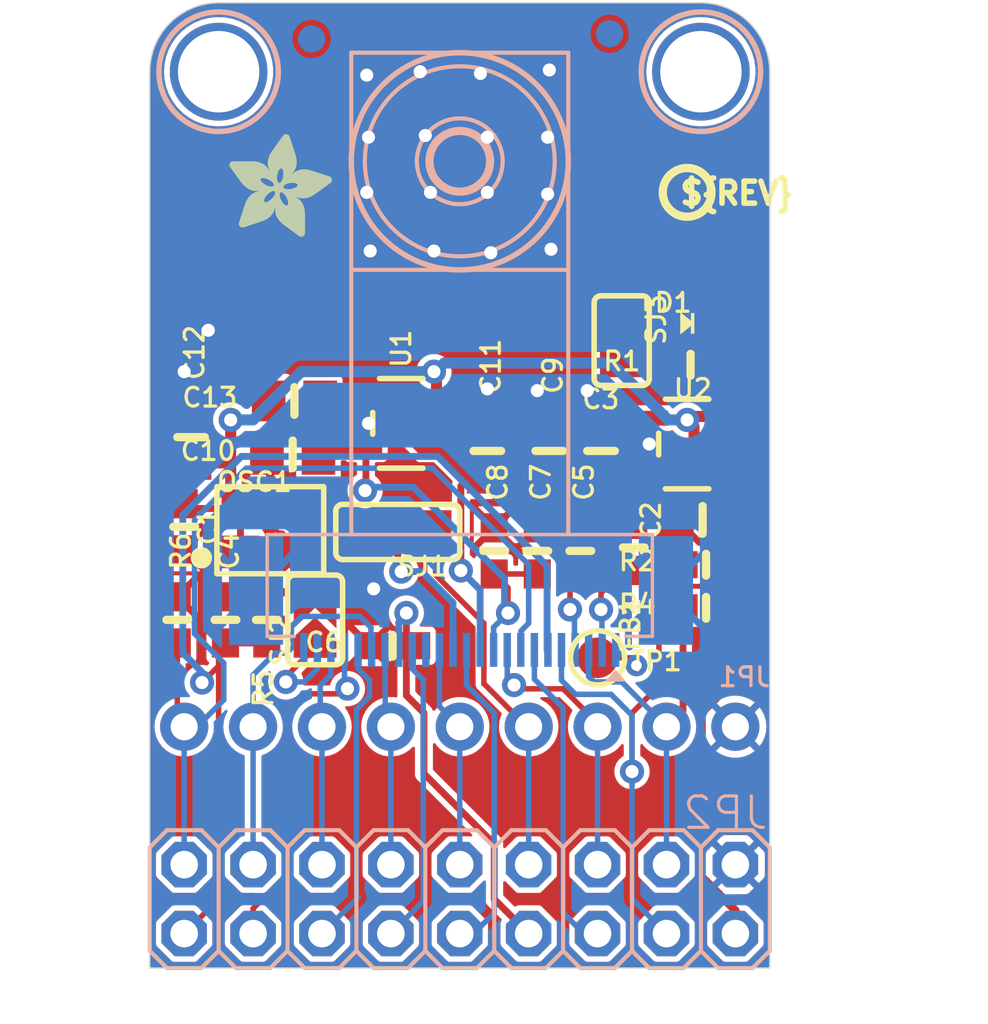
<source format=kicad_pcb>
(kicad_pcb (version 20221018) (generator pcbnew)
  (layers (0 "F.Cu" signal) (31 "B.Cu" signal) (34 "B.Paste" user) (35 "F.Paste" user) (36 "B.SilkS" user "B.Silkscreen") (37 "F.SilkS" user "F.Silkscreen") (38 "B.Mask" user) (39 "F.Mask" user) (44 "Edge.Cuts" user))
  (net 0 "")
  (net 1 "GND")
  (net 2 "SDA")
  (net 3 "SCL")
  (net 4 "3.3V")
  (net 5 "N$1")
  (net 6 "VSYNC")
  (net 7 "PCLK")
  (net 8 "DATA9")
  (net 9 "DATA7")
  (net 10 "DATA5")
  (net 11 "DATA3")
  (net 12 "~{RESET}")
  (net 13 "PWDN")
  (net 14 "DATA2")
  (net 15 "DATA4")
  (net 16 "DATA6")
  (net 17 "DATA8")
  (net 18 "XCLK")
  (net 19 "HSYNC")
  (net 20 "DATA0")
  (net 21 "DATA1")
  (net 22 "2.8V")
  (net 23 "AGND")
  (net 24 "1.5V")
  (net 25 "EXT_XCLK")
  (net 26 "INT_XCLK")
  (net 27 "STROBE")
  (net 28 "N$2")
  (net 29 "N$3")
  (footprint "working:PLABEL1" (layer "F.Cu") (at 147.5486 109.0041 90)
    (fp_text reference "PLABEL1" hide)
    (fp_text value "" hide)
  )
  (footprint "working:0805-NO" (layer "F.Cu") (at 142.4051 101.8921 180)
    (fp_text reference "C13")
    (fp_text value "10uF")
  )
  (footprint "working:0603-NO" (layer "F.Cu") (at 138.0871 109.9566 90)
    (fp_text reference "R6")
    (fp_text value "10K")
  )
  (footprint "working:0603-NO" (layer "F.Cu") (at 151.3586 107.4166 90)
    (fp_text reference "C7")
    (fp_text value "0.1uF")
  )
  (footprint "working:0603-NO" (layer "F.Cu") (at 141.3891 109.9566 -90)
    (fp_text reference "R5")
    (fp_text value "10K")
  )
  (footprint "working:0603-NO" (layer "F.Cu") (at 149.7711 107.4166 90)
    (fp_text reference "C8")
    (fp_text value "1.0uF")
  )
  (footprint "working:PLABEL4" (layer "F.Cu") (at 143.2306 112.3061)
    (fp_text reference "PLABEL4" hide)
    (fp_text value "" hide)
  )
  (footprint "working:CHIPLED_0603_NOOUTLINE" (layer "F.Cu") (at 156.8831 99.0346 -90)
    (fp_text reference "D1")
    (fp_text value "GREEN")
  )
  (footprint "working:0805-NO" (layer "F.Cu") (at 157.4546 106.2736 180)
    (fp_text reference "C2")
    (fp_text value "10uF")
  )
  (footprint "working:PLABEL0" (layer "F.Cu") (at 156.0576 98.3996)
    (fp_text reference "PLABEL0" hide)
    (fp_text value "" hide)
  )
  (footprint "working:0603-NO" (layer "F.Cu") (at 157.5816 107.9246 180)
    (fp_text reference "R2")
    (fp_text value "10K")
  )
  (footprint "working:0805-NO" (layer "F.Cu") (at 138.5951 103.2256 90)
    (fp_text reference "C12")
    (fp_text value "10uF")
  )
  (footprint "working:TESTPOINT_ROUND_1.5MM" (layer "F.Cu") (at 153.5811 111.3536)
    (fp_text reference "TP1")
    (fp_text value "")
  )
  (footprint "working:0603-NO" (layer "F.Cu") (at 138.3411 106.5276 -90)
    (fp_text reference "C1")
    (fp_text value "0.1uF")
  )
  (footprint "working:0603-NO" (layer "F.Cu") (at 154.9146 107.2896 -90)
    (fp_text reference "FB1")
    (fp_text value "ferrite")
  )
  (footprint "working:ADAFRUIT_3.5MM" (layer "F.Cu") (at 139.9921 95.8596)
    (fp_text reference "U$22" hide)
    (fp_text value "" hide)
  )
  (footprint "working:0603-NO" (layer "F.Cu") (at 139.8651 109.9566 90)
    (fp_text reference "C4")
    (fp_text value "0.1uF")
  )
  (footprint "working:0603-NO" (layer "F.Cu") (at 152.9461 107.4166 90)
    (fp_text reference "C5")
    (fp_text value "0.1uF")
  )
  (footprint "working:SOLDERJUMPER_ARROW_NOPASTE" (layer "F.Cu") (at 143.1671 109.9566 90)
    (fp_text reference "SJ2")
    (fp_text value "")
  )
  (footprint "working:0805-NO" (layer "F.Cu") (at 149.5171 103.7336 90)
    (fp_text reference "C11")
    (fp_text value "10uF")
  )
  (footprint "working:0603-NO" (layer "F.Cu") (at 146.0246 110.9091 180)
    (fp_text reference "C6")
    (fp_text value "22pF")
  )
  (footprint "working:0805-NO" (layer "F.Cu") (at 142.3416 103.8606 180)
    (fp_text reference "C10")
    (fp_text value "10uF")
  )
  (footprint "working:SOT23-5" (layer "F.Cu") (at 156.8831 103.4796 90)
    (fp_text reference "U2")
    (fp_text value "TLV74328")
  )
  (footprint "working:PCBFEAT-REV-040" (layer "F.Cu") (at 156.8831 94.2086)
    (fp_text reference "U$25" hide)
    (fp_text value "" hide)
  )
  (footprint "working:0603-NO" (layer "F.Cu") (at 157.0101 100.5586 180)
    (fp_text reference "R1")
    (fp_text value "10K")
  )
  (footprint "working:OSC_3.2X2.5MM" (layer "F.Cu") (at 141.5161 106.6546)
    (fp_text reference "OSC1")
    (fp_text value "24MHz 3.3V Oscillator")
  )
  (footprint "working:0805-NO" (layer "F.Cu") (at 153.7081 103.7336 90)
    (fp_text reference "C3")
    (fp_text value "10uF")
  )
  (footprint "working:SOT23-5" (layer "F.Cu") (at 146.3421 102.7176 90)
    (fp_text reference "U1")
    (fp_text value "TLV74315")
  )
  (footprint "working:FIDUCIAL_1MM" (layer "F.Cu") (at 157.8356 96.3676)
    (fp_text reference "FID2" hide)
    (fp_text value "FIDUCIAL_1MM" hide)
  )
  (footprint "working:0603-NO" (layer "F.Cu") (at 157.5816 109.5121 180)
    (fp_text reference "R4")
    (fp_text value "10K")
  )
  (footprint "working:PLABEL2" (layer "F.Cu") (at 144.9451 108.8771 90)
    (fp_text reference "PLABEL2" hide)
    (fp_text value "" hide)
  )
  (footprint "working:SOLDERJUMPER_CLOSEDWIRE" (layer "F.Cu") (at 154.4701 99.6696 -90)
    (fp_text reference "SJ3")
    (fp_text value "")
  )
  (footprint "working:0805-NO" (layer "F.Cu") (at 151.8031 103.7336 90)
    (fp_text reference "C9")
    (fp_text value "10uF")
  )
  (footprint "working:SOLDERJUMPER_2WAY_OPEN_NOPASTE" (layer "F.Cu") (at 146.2151 106.7181 180)
    (fp_text reference "SJ1")
    (fp_text value "")
  )
  (footprint "working:PLABEL5" (layer "F.Cu") (at 153.1366 101.0031 90)
    (fp_text reference "PLABEL5" hide)
    (fp_text value "" hide)
  )
  (footprint "working:FIDUCIAL_1MM" (layer "F.Cu") (at 138.3411 93.8276)
    (fp_text reference "FID1" hide)
    (fp_text value "FIDUCIAL_1MM" hide)
  )
  (footprint "working:PLABEL3" (layer "F.Cu") (at 146.2151 105.0671)
    (fp_text reference "PLABEL3" hide)
    (fp_text value "" hide)
  )
  (footprint "working:FIDUCIAL_1MM" (layer "B.Cu") (at 154.0256 88.3666 180)
    (fp_text reference "FID3" hide)
    (fp_text value "FIDUCIAL_1MM" hide)
  )
  (footprint "working:MOUNTINGHOLE_3.0_PLATEDTHIN" (layer "B.Cu") (at 139.6111 89.7636 180)
    (fp_text reference "U$17" hide)
    (fp_text value "MOUNTINGHOLE3.0THIN" hide)
  )
  (footprint "working:PLABEL15" (layer "B.Cu") (at 155.9941 115.4176 180)
    (fp_text reference "PLABEL15" hide)
    (fp_text value "" hide)
  )
  (footprint "working:PLABEL9" (layer "B.Cu") (at 140.7541 115.4176 180)
    (fp_text reference "PLABEL9" hide)
    (fp_text value "" hide)
  )
  (footprint "working:1X09_ROUND_70" (layer "B.Cu") (at 148.5011 113.8936 180)
    (fp_text reference "JP1")
    (fp_text value "")
  )
  (footprint "working:PLABEL8" (layer "B.Cu") (at 138.1506 115.5446 180)
    (fp_text reference "PLABEL8" hide)
    (fp_text value "" hide)
  )
  (footprint "working:PLABEL7" (layer "B.Cu") (at 140.7541 99.4156 90)
    (fp_text reference "PLABEL7" hide)
    (fp_text value "" hide)
  )
  (footprint "working:PLABEL20" (layer "B.Cu") (at 150.9141 116.9416 180)
    (fp_text reference "PLABEL20" hide)
    (fp_text value "" hide)
  )
  (footprint "working:PLABEL12" (layer "B.Cu") (at 148.3741 115.4176 180)
    (fp_text reference "PLABEL12" hide)
    (fp_text value "" hide)
  )
  (footprint "working:PLABEL18" (layer "B.Cu") (at 155.9941 116.9416 180)
    (fp_text reference "PLABEL18" hide)
    (fp_text value "" hide)
  )
  (footprint "working:FIDUCIAL_1MM" (layer "B.Cu") (at 143.0401 88.5571 180)
    (fp_text reference "FID4" hide)
    (fp_text value "FIDUCIAL_1MM" hide)
  )
  (footprint "working:PLABEL16" (layer "B.Cu") (at 158.5341 115.4176 180)
    (fp_text reference "PLABEL16" hide)
    (fp_text value "" hide)
  )
  (footprint "working:PLABEL6" (layer "B.Cu") (at 156.7561 99.8601 90)
    (fp_text reference "PLABEL6" hide)
    (fp_text value "" hide)
  )
  (footprint "working:MOUNTINGHOLE_3.0_PLATEDTHIN" (layer "B.Cu") (at 157.3911 89.7636 180)
    (fp_text reference "U$1" hide)
    (fp_text value "MOUNTINGHOLE3.0THIN" hide)
  )
  (footprint "working:PLABEL24" (layer "B.Cu") (at 140.7541 116.9416 180)
    (fp_text reference "PLABEL24" hide)
    (fp_text value "" hide)
  )
  (footprint "working:2X09-BIG" (layer "B.Cu") (at 148.5011 120.2436 180)
    (fp_text reference "JP2")
    (fp_text value "")
  )
  (footprint "working:PLABEL21" (layer "B.Cu") (at 148.3741 116.9416 180)
    (fp_text reference "PLABEL21" hide)
    (fp_text value "" hide)
  )
  (footprint "working:PLABEL23" (layer "B.Cu") (at 143.2941 116.9416 180)
    (fp_text reference "PLABEL23" hide)
    (fp_text value "" hide)
  )
  (footprint "working:OV2640FSL" (layer "B.Cu") (at 148.5011 110.0836)
    (fp_text reference "X1" hide)
    (fp_text value "CAMERA_OV2640" hide)
  )
  (footprint "working:PLABEL11" (layer "B.Cu") (at 145.8341 115.4176 180)
    (fp_text reference "PLABEL11" hide)
    (fp_text value "" hide)
  )
  (footprint "working:PLABEL22" (layer "B.Cu") (at 145.8341 116.9416 180)
    (fp_text reference "PLABEL22" hide)
    (fp_text value "" hide)
  )
  (footprint "working:PLABEL10" (layer "B.Cu") (at 143.2941 115.4176 180)
    (fp_text reference "PLABEL10" hide)
    (fp_text value "" hide)
  )
  (footprint "working:PLABEL25" (layer "B.Cu") (at 138.2141 116.9416 180)
    (fp_text reference "PLABEL25" hide)
    (fp_text value "" hide)
  )
  (footprint "working:PLABEL13" (layer "B.Cu") (at 150.9141 115.4176 180)
    (fp_text reference "PLABEL13" hide)
    (fp_text value "" hide)
  )
  (footprint "working:PLABEL19" (layer "B.Cu") (at 153.4541 116.9416 180)
    (fp_text reference "PLABEL19" hide)
    (fp_text value "" hide)
  )
  (footprint "working:PLABEL17" (layer "B.Cu") (at 158.5341 116.9416 180)
    (fp_text reference "PLABEL17" hide)
    (fp_text value "" hide)
  )
  (footprint "working:PLABEL14" (layer "B.Cu") (at 153.4541 115.4176 180)
    (fp_text reference "PLABEL14" hide)
    (fp_text value "" hide)
  )
  (gr_arc (start 137.0711 89.7636) (mid 137.815049 87.967549) (end 139.6111 87.2236) (stroke (width 0.05)) (layer "Edge.Cuts"))
  (gr_arc (start 157.3911 87.2236) (mid 159.186904 87.967797) (end 159.9311 89.763601) (stroke (width 0.05)) (layer "Edge.Cuts"))
  (gr_line (start 159.9311 89.7636) (end 159.9311 122.7836) (stroke (width 0.05)) (layer "Edge.Cuts"))
  (gr_line (start 137.0711 122.7836) (end 137.0711 89.7636) (stroke (width 0.05)) (layer "Edge.Cuts"))
  (gr_line (start 159.9311 122.7836) (end 137.0711 122.7836) (stroke (width 0.05)) (layer "Edge.Cuts"))
  (gr_line (start 139.6111 87.2236) (end 157.3911 87.2236) (stroke (width 0.05)) (layer "Edge.Cuts"))
  (segment (start 153.7081 102.7836) (end 154.0281 102.7836) (width 0.3048) (layer "F.Cu") (net 1))
  (segment (start 141.5161 103.9851) (end 141.5161 105.0036) (width 0.3048) (layer "F.Cu") (net 1))
  (segment (start 154.7241 103.4796) (end 155.4861 103.4796) (width 0.3048) (layer "F.Cu") (net 1))
  (segment (start 141.3916 103.8606) (end 141.5161 103.9851) (width 0.3048) (layer "F.Cu") (net 1))
  (segment (start 149.4511 102.7176) (end 147.6422 102.7176) (width 0.3048) (layer "F.Cu") (net 1))
  (segment (start 149.5171 102.7836) (end 149.4511 102.7176) (width 0.3048) (layer "F.Cu") (net 1))
  (segment (start 154.0281 102.7836) (end 154.7241 103.4796) (width 0.3048) (layer "F.Cu") (net 1))
  (via (at 147.5486 96.3676) (size 0.889) (drill 0.4826) (layers "F.Cu" "B.Cu") (net 1))
  (via (at 151.8666 96.3041) (size 0.889) (drill 0.4826) (layers "F.Cu" "B.Cu") (net 1))
  (via (at 145.1356 92.1766) (size 0.889) (drill 0.4826) (layers "F.Cu" "B.Cu") (net 1))
  (via (at 147.4216 94.2086) (size 0.889) (drill 0.4826) (layers "F.Cu" "B.Cu") (net 1))
  (via (at 153.2001 101.5111) (size 0.889) (drill 0.4826) (layers "F.Cu" "B.Cu") (net 1))
  (via (at 155.4861 103.4796) (size 0.889) (drill 0.4826) (layers "F.Cu" "B.Cu") (net 1))
  (via (at 149.5171 101.4476) (size 0.889) (drill 0.4826) (layers "F.Cu" "B.Cu") (net 1))
  (via (at 149.5171 92.1766) (size 0.889) (drill 0.4826) (layers "F.Cu" "B.Cu") (net 1))
  (via (at 151.7396 92.1766) (size 0.889) (drill 0.4826) (layers "F.Cu" "B.Cu") (net 1))
  (via (at 145.3261 108.8136) (size 0.889) (drill 0.4826) (layers "F.Cu" "B.Cu") (net 1))
  (via (at 147.2311 92.1131) (size 0.889) (drill 0.4826) (layers "F.Cu" "B.Cu") (net 1))
  (via (at 145.0721 89.8906) (size 0.889) (drill 0.4826) (layers "F.Cu" "B.Cu") (net 1))
  (via (at 149.2631 89.8271) (size 0.889) (drill 0.4826) (layers "F.Cu" "B.Cu") (net 1))
  (via (at 149.5171 94.2086) (size 0.889) (drill 0.4826) (layers "F.Cu" "B.Cu") (net 1))
  (via (at 151.8031 89.7001) (size 0.889) (drill 0.4826) (layers "F.Cu" "B.Cu") (net 1))
  (via (at 151.3586 101.5111) (size 0.889) (drill 0.4826) (layers "F.Cu" "B.Cu") (net 1))
  (via (at 145.0721 94.2086) (size 0.889) (drill 0.4826) (layers "F.Cu" "B.Cu") (net 1))
  (via (at 151.7396 94.2721) (size 0.889) (drill 0.4826) (layers "F.Cu" "B.Cu") (net 1))
  (via (at 145.1991 96.3676) (size 0.889) (drill 0.4826) (layers "F.Cu" "B.Cu") (net 1))
  (via (at 147.0406 89.7636) (size 0.889) (drill 0.4826) (layers "F.Cu" "B.Cu") (net 1))
  (via (at 145.1356 102.7176) (size 0.889) (drill 0.4826) (layers "F.Cu" "B.Cu") (net 1))
  (via (at 149.6441 96.4311) (size 0.889) (drill 0.4826) (layers "F.Cu" "B.Cu") (net 1))
  (via (at 138.3411 100.8126) (size 0.889) (drill 0.4826) (layers "F.Cu" "B.Cu") (net 1))
  (via (at 139.2301 99.2886) (size 0.889) (drill 0.4826) (layers "F.Cu" "B.Cu") (net 1))
  (segment (start 156.7316 109.5121) (end 156.7316 113.2831) (width 0.254) (layer "F.Cu") (net 2))
  (segment (start 156.7316 113.2831) (end 156.1211 113.8936) (width 0.254) (layer "F.Cu") (net 2))
  (segment (start 153.4541 112.2426) (end 154.4701 112.2426) (width 0.2032) (layer "B.Cu") (net 2))
  (segment (start 156.1211 113.8936) (end 156.1211 118.9736) (width 0.2032) (layer "B.Cu") (net 2))
  (segment (start 153.2511 112.0396) (end 153.4541 112.2426) (width 0.2032) (layer "B.Cu") (net 2))
  (segment (start 153.2511 111.0636) (end 153.2511 112.0396) (width 0.2032) (layer "B.Cu") (net 2))
  (segment (start 154.4701 112.2426) (end 156.1211 113.8936) (width 0.2032) (layer "B.Cu") (net 2))
  (segment (start 155.8426 112.3941) (end 154.8511 113.3856) (width 0.2032) (layer "F.Cu") (net 3))
  (segment (start 155.8426 108.8771) (end 155.8426 112.3941) (width 0.2032) (layer "F.Cu") (net 3))
  (segment (start 156.7316 107.9881) (end 155.8426 108.8771) (width 0.2032) (layer "F.Cu") (net 3))
  (segment (start 156.7316 107.9246) (end 156.7316 107.9881) (width 0.2032) (layer "F.Cu") (net 3))
  (segment (start 154.8511 113.3856) (end 154.8511 115.5446) (width 0.2032) (layer "F.Cu") (net 3))
  (via (at 154.8511 115.5446) (size 0.889) (drill 0.4826) (layers "F.Cu" "B.Cu") (net 3))
  (segment (start 156.1211 121.5136) (end 154.8511 120.2436) (width 0.2032) (layer "B.Cu") (net 3))
  (segment (start 154.8511 115.5446) (end 154.8511 113.475307) (width 0.2032) (layer "B.Cu") (net 3))
  (segment (start 152.2511 112.1826) (end 152.7683 112.6998) (width 0.2032) (layer "B.Cu") (net 3))
  (segment (start 152.2511 111.0636) (end 152.2511 112.1826) (width 0.2032) (layer "B.Cu") (net 3))
  (segment (start 154.8511 120.2436) (end 154.8511 115.5446) (width 0.2032) (layer "B.Cu") (net 3))
  (segment (start 152.7683 112.6998) (end 154.075593 112.6998) (width 0.2032) (layer "B.Cu") (net 3))
  (segment (start 154.075593 112.6998) (end 154.8511 113.475307) (width 0.2032) (layer "B.Cu") (net 3))
  (segment (start 147.6422 101.7676) (end 147.6422 100.9062) (width 0.4064) (layer "F.Cu") (net 4))
  (segment (start 157.5791 104.4296) (end 157.1371 103.9876) (width 0.4064) (layer "F.Cu") (net 4))
  (segment (start 141.3891 109.1066) (end 141.3891 108.7501) (width 0.254) (layer "F.Cu") (net 4))
  (segment (start 141.3891 109.1066) (end 141.5551 108.9406) (width 0.3048) (layer "F.Cu") (net 4))
  (segment (start 138.5181 105.8546) (end 140.4161 105.8546) (width 0.254) (layer "F.Cu") (net 4))
  (segment (start 158.1832 104.4296) (end 157.5791 104.4296) (width 0.4064) (layer "F.Cu") (net 4))
  (segment (start 146.5961 102.1461) (end 146.5961 103.1596) (width 0.4064) (layer "F.Cu") (net 4))
  (segment (start 138.3411 105.6776) (end 138.5181 105.8546) (width 0.254) (layer "F.Cu") (net 4))
  (segment (start 158.6611 121.5136) (end 158.6611 120.661894) (width 0.3048) (layer "F.Cu") (net 4))
  (segment (start 149.5171 104.6836) (end 148.8821 104.6836) (width 0.4064) (layer "F.Cu") (net 4))
  (segment (start 141.5551 108.9406) (end 143.1671 108.9406) (width 0.3048) (layer "F.Cu") (net 4))
  (segment (start 158.1832 104.4296) (end 158.4046 104.651) (width 0.4064) (layer "F.Cu") (net 4))
  (segment (start 140.4161 107.7771) (end 140.4161 107.4546) (width 0.254) (layer "F.Cu") (net 4))
  (segment (start 158.1832 100.8817) (end 158.1832 102.4636) (width 0.3048) (layer "F.Cu") (net 4))
  (segment (start 157.4165 119.417294) (end 157.4165 113.378069) (width 0.3048) (layer "F.Cu") (net 4))
  (segment (start 139.9311 104.1756) (end 140.0556 104.0511) (width 0.4064) (layer "F.Cu") (net 4))
  (segment (start 158.4316 107.9246) (end 158.4046 107.8976) (width 0.3048) (layer "F.Cu") (net 4))
  (segment (start 157.1371 102.8446) (end 157.1371 103.9876) (width 0.4064) (layer "F.Cu") (net 4))
  (segment (start 146.9746 101.7676) (end 146.5961 102.1461) (width 0.4064) (layer "F.Cu") (net 4))
  (segment (start 148.540896 105.024804) (end 148.8821 104.6836) (width 0.254) (layer "F.Cu") (net 4))
  (segment (start 140.0556 104.0511) (end 140.0556 102.5906) (width 0.4064) (layer "F.Cu") (net 4))
  (segment (start 158.4046 104.651) (end 158.4046 106.2736) (width 0.4064) (layer "F.Cu") (net 4))
  (segment (start 157.8601 100.5586) (end 158.1832 100.8817) (width 0.3048) (layer "F.Cu") (net 4))
  (segment (start 158.6611 120.661894) (end 157.4165 119.417294) (width 0.3048) (layer "F.Cu") (net 4))
  (segment (start 148.6582 104.6836) (end 147.6422 103.6676) (width 0.4064) (layer "F.Cu") (net 4))
  (segment (start 147.1041 103.6676) (end 146.5961 103.1596) (width 0.4064) (layer "F.Cu") (net 4))
  (segment (start 158.4316 107.9246) (end 158.4316 109.5121) (width 0.3048) (layer "F.Cu") (net 4))
  (segment (start 157.1371 102.8446) (end 156.8831 102.5906) (width 0.4064) (layer "F.Cu") (net 4))
  (segment (start 147.1041 103.6676) (end 147.6422 103.6676) (width 0.4064) (layer "F.Cu") (net 4))
  (segment (start 147.6422 101.7676) (end 146.9746 101.7676) (width 0.4064) (layer "F.Cu") (net 4))
  (segment (start 148.540896 108.138804) (end 148.540896 105.024804) (width 0.254) (layer "F.Cu") (net 4))
  (segment (start 158.1832 102.4636) (end 158.1832 102.5296) (width 0.3048) (layer "F.Cu") (net 4))
  (segment (start 156.8831 102.5906) (end 157.0101 102.4636) (width 0.4064) (layer "F.Cu") (net 4))
  (segment (start 147.6422 100.9062) (end 147.5486 100.8126) (width 0.4064) (layer "F.Cu") (net 4))
  (segment (start 138.5951 104.1756) (end 139.9311 104.1756) (width 0.4064) (layer "F.Cu") (net 4))
  (segment (start 148.8821 104.6836) (end 148.6582 104.6836) (width 0.4064) (layer "F.Cu") (net 4))
  (segment (start 157.0101 102.4636) (end 158.1832 102.4636) (width 0.4064) (layer "F.Cu") (net 4))
  (segment (start 140.4161 105.6816) (end 140.0556 105.3211) (width 0.4064) (layer "F.Cu") (net 4))
  (segment (start 141.3891 108.7501) (end 140.4161 107.7771) (width 0.254) (layer "F.Cu") (net 4))
  (segment (start 140.0556 105.3211) (end 140.0556 104.0511) (width 0.4064) (layer "F.Cu") (net 4))
  (segment (start 140.4161 105.8546) (end 140.4161 105.6816) (width 0.4064) (layer "F.Cu") (net 4))
  (segment (start 158.4046 106.2736) (end 158.4046 107.8976) (width 0.3048) (layer "F.Cu") (net 4))
  (segment (start 158.4316 112.362969) (end 158.4316 109.5121) (width 0.3048) (layer "F.Cu") (net 4))
  (segment (start 157.4165 113.378069) (end 158.4316 112.362969) (width 0.3048) (layer "F.Cu") (net 4))
  (segment (start 140.4161 105.8546) (end 140.4161 107.4546) (width 0.254) (layer "F.Cu") (net 4))
  (via (at 148.540896 108.138804) (size 0.889) (drill 0.4826) (layers "F.Cu" "B.Cu") (net 4))
  (via (at 156.8831 102.5906) (size 0.889) (drill 0.4826) (layers "F.Cu" "B.Cu") (net 4))
  (via (at 147.5486 100.8126) (size 0.889) (drill 0.4826) (layers "F.Cu" "B.Cu") (net 4))
  (via (at 140.0556 102.5906) (size 0.889) (drill 0.4826) (layers "F.Cu" "B.Cu") (net 4))
  (segment (start 149.2511 111.0636) (end 149.2511 108.849007) (width 0.254) (layer "B.Cu") (net 4))
  (segment (start 140.0556 102.5906) (end 140.8811 102.5906) (width 0.4064) (layer "B.Cu") (net 4))
  (segment (start 156.8831 102.5906) (end 156.1846 102.5906) (width 0.4064) (layer "B.Cu") (net 4))
  (segment (start 142.6591 100.8126) (end 147.5486 100.8126) (width 0.4064) (layer "B.Cu") (net 4))
  (segment (start 154.0891 100.4951) (end 156.1846 102.5906) (width 0.4064) (layer "B.Cu") (net 4))
  (segment (start 149.2511 108.849007) (end 148.540896 108.138804) (width 0.254) (layer "B.Cu") (net 4))
  (segment (start 142.6591 100.8126) (end 140.8811 102.5906) (width 0.4064) (layer "B.Cu") (net 4))
  (segment (start 147.9296 100.4951) (end 147.58035 100.84435) (width 0.4064) (layer "B.Cu") (net 4))
  (segment (start 147.5486 100.8126) (end 147.58035 100.84435) (width 0.4064) (layer "B.Cu") (net 4))
  (segment (start 154.0891 100.4951) (end 147.9296 100.4951) (width 0.4064) (layer "B.Cu") (net 4))
  (segment (start 156.0331 100.4316) (end 154.4701 100.4316) (width 0.2032) (layer "F.Cu") (net 5))
  (segment (start 156.1601 100.5586) (end 156.0331 100.4316) (width 0.2032) (layer "F.Cu") (net 5))
  (segment (start 151.2511 112.13815) (end 151.2511 111.0636) (width 0.2032) (layer "B.Cu") (net 6))
  (segment (start 152.3111 120.7516) (end 152.3111 113.19815) (width 0.2032) (layer "B.Cu") (net 6))
  (segment (start 152.3111 113.19815) (end 151.2511 112.13815) (width 0.2032) (layer "B.Cu") (net 6))
  (segment (start 153.5811 121.5136) (end 153.0731 121.5136) (width 0.2032) (layer "B.Cu") (net 6))
  (segment (start 153.0731 121.5136) (end 152.3111 120.7516) (width 0.2032) (layer "B.Cu") (net 6))
  (segment (start 151.0411 121.5136) (end 149.7711 120.2436) (width 0.254) (layer "F.Cu") (net 7))
  (segment (start 149.7711 120.2436) (end 149.7711 118.2116) (width 0.254) (layer "F.Cu") (net 7))
  (segment (start 147.1803 113.388588) (end 146.5326 112.740888) (width 0.254) (layer "F.Cu") (net 7))
  (segment (start 147.1803 115.6208) (end 147.1803 113.388588) (width 0.254) (layer "F.Cu") (net 7))
  (segment (start 146.5326 112.740888) (end 146.5326 110.9091) (width 0.254) (layer "F.Cu") (net 7))
  (segment (start 149.7711 118.2116) (end 147.1803 115.6208) (width 0.254) (layer "F.Cu") (net 7))
  (segment (start 146.8746 110.9091) (end 146.5326 110.9091) (width 0.2032) (layer "F.Cu") (net 7))
  (segment (start 146.5326 110.9091) (end 146.5326 109.7026) (width 0.254) (layer "F.Cu") (net 7))
  (via (at 146.5326 109.7026) (size 0.889) (drill 0.4826) (layers "F.Cu" "B.Cu") (net 7))
  (segment (start 146.5326 109.7661) (end 146.2511 110.0476) (width 0.254) (layer "B.Cu") (net 7))
  (segment (start 146.5326 109.7661) (end 146.5326 109.7026) (width 0.254) (layer "B.Cu") (net 7))
  (segment (start 146.2511 111.0636) (end 146.2511 110.0476) (width 0.254) (layer "B.Cu") (net 7))
  (segment (start 149.7711 120.7516) (end 149.7711 113.3856) (width 0.2032) (layer "B.Cu") (net 8))
  (segment (start 149.7711 113.3856) (end 148.7511 112.3656) (width 0.2032) (layer "B.Cu") (net 8))
  (segment (start 148.7511 112.3656) (end 148.7511 111.0636) (width 0.2032) (layer "B.Cu") (net 8))
  (segment (start 149.0091 121.5136) (end 149.7711 120.7516) (width 0.2032) (layer "B.Cu") (net 8))
  (segment (start 148.5011 121.5136) (end 149.0091 121.5136) (width 0.2032) (layer "B.Cu") (net 8))
  (segment (start 147.1549 112.1664) (end 147.1549 120.3198) (width 0.2032) (layer "B.Cu") (net 9))
  (segment (start 146.7511 111.7626) (end 147.1549 112.1664) (width 0.2032) (layer "B.Cu") (net 9))
  (segment (start 146.7511 111.0636) (end 146.7511 111.7626) (width 0.2032) (layer "B.Cu") (net 9))
  (segment (start 147.1549 120.3198) (end 145.9611 121.5136) (width 0.2032) (layer "B.Cu") (net 9))
  (segment (start 144.7511 111.0636) (end 144.7511 111.7565) (width 0.2032) (layer "B.Cu") (net 10))
  (segment (start 144.7511 111.7565) (end 145.1737 112.1791) (width 0.2032) (layer "B.Cu") (net 10))
  (segment (start 144.6911 113.2586) (end 144.6911 120.1236) (width 0.2032) (layer "B.Cu") (net 10))
  (segment (start 145.1737 112.1791) (end 145.1737 112.776) (width 0.2032) (layer "B.Cu") (net 10))
  (segment (start 145.1737 112.776) (end 144.6911 113.2586) (width 0.2032) (layer "B.Cu") (net 10))
  (segment (start 144.7511 120.1836) (end 143.4211 121.5136) (width 0.2032) (layer "B.Cu") (net 10))
  (segment (start 144.6911 120.1236) (end 144.7511 120.1836) (width 0.2032) (layer "B.Cu") (net 10))
  (segment (start 142.0749 113.4618) (end 142.0749 119.39625) (width 0.2032) (layer "F.Cu") (net 11))
  (segment (start 142.856725 112.679975) (end 142.0749 113.4618) (width 0.2032) (layer "F.Cu") (net 11))
  (segment (start 140.8811 120.59005) (end 140.8811 121.5136) (width 0.2032) (layer "F.Cu") (net 11))
  (segment (start 144.1704 112.679975) (end 142.856725 112.679975) (width 0.2032) (layer "F.Cu") (net 11))
  (segment (start 144.3609 112.489475) (end 144.1704 112.679975) (width 0.2032) (layer "F.Cu") (net 11))
  (segment (start 142.0749 119.39625) (end 140.8811 120.59005) (width 0.2032) (layer "F.Cu") (net 11))
  (via (at 144.3609 112.489475) (size 0.889) (drill 0.4826) (layers "F.Cu" "B.Cu") (net 11))
  (segment (start 144.2511 112.379675) (end 144.3609 112.489475) (width 0.2032) (layer "B.Cu") (net 11))
  (segment (start 144.2511 111.0636) (end 144.2511 112.379675) (width 0.2032) (layer "B.Cu") (net 11))
  (segment (start 139.6111 111.0606) (end 139.8651 110.8066) (width 0.2032) (layer "F.Cu") (net 12))
  (segment (start 139.6111 111.653632) (end 139.6111 111.0606) (width 0.2032) (layer "F.Cu") (net 12))
  (segment (start 138.3411 121.5136) (end 139.6111 120.2436) (width 0.2032) (layer "F.Cu") (net 12))
  (segment (start 139.6111 120.2436) (end 139.6111 111.653632) (width 0.2032) (layer "F.Cu") (net 12))
  (segment (start 141.3891 110.8066) (end 139.8651 110.8066) (width 0.254) (layer "F.Cu") (net 12))
  (segment (start 138.999115 112.265616) (end 139.6111 111.653632) (width 0.2032) (layer "F.Cu") (net 12))
  (via (at 138.999115 112.265616) (size 0.889) (drill 0.4826) (layers "F.Cu" "B.Cu") (net 12))
  (segment (start 138.289768 106.095269) (end 138.289768 111.175269) (width 0.254) (layer "B.Cu") (net 12))
  (segment (start 138.999115 112.265616) (end 138.999115 111.884616) (width 0.254) (layer "B.Cu") (net 12))
  (segment (start 151.7199 107.9684) (end 147.6883 103.9368) (width 0.254) (layer "B.Cu") (net 12))
  (segment (start 151.7199 111.0636) (end 151.7199 107.9684) (width 0.254) (layer "B.Cu") (net 12))
  (segment (start 147.6883 103.9368) (end 140.448237 103.9368) (width 0.254) (layer "B.Cu") (net 12))
  (segment (start 151.7511 111.0636) (end 151.7199 111.0636) (width 0.254) (layer "B.Cu") (net 12))
  (segment (start 140.448237 103.9368) (end 138.289768 106.095269) (width 0.254) (layer "B.Cu") (net 12))
  (segment (start 138.999115 111.884616) (end 138.289768 111.175269) (width 0.254) (layer "B.Cu") (net 12))
  (segment (start 138.0871 113.6396) (end 138.3411 113.8936) (width 0.2032) (layer "F.Cu") (net 13))
  (segment (start 138.0871 110.8066) (end 138.0871 113.6396) (width 0.2032) (layer "F.Cu") (net 13))
  (segment (start 150.7596 110.3651) (end 150.7596 111.0551) (width 0.2032) (layer "B.Cu") (net 13))
  (segment (start 151.0411 107.9246) (end 151.0411 110.08005) (width 0.2032) (layer "B.Cu") (net 13))
  (segment (start 150.8088 110.31235) (end 150.8088 110.3159) (width 0.2032) (layer "B.Cu") (net 13))
  (segment (start 139.8016 111.5441) (end 139.8016 112.903807) (width 0.2032) (layer "B.Cu") (net 13))
  (segment (start 138.7221 106.2736) (end 138.7221 110.4646) (width 0.2032) (layer "B.Cu") (net 13))
  (segment (start 151.0411 110.08005) (end 150.8088 110.31235) (width 0.2032) (layer "B.Cu") (net 13))
  (segment (start 150.8088 110.3159) (end 150.7596 110.3651) (width 0.2032) (layer "B.Cu") (net 13))
  (segment (start 138.811806 113.8936) (end 138.3411 113.8936) (width 0.2032) (layer "B.Cu") (net 13))
  (segment (start 140.6271 104.3686) (end 138.7221 106.2736) (width 0.2032) (layer "B.Cu") (net 13))
  (segment (start 138.7221 110.4646) (end 139.8016 111.5441) (width 0.2032) (layer "B.Cu") (net 13))
  (segment (start 140.6271 104.3686) (end 147.4851 104.3686) (width 0.2032) (layer "B.Cu") (net 13))
  (segment (start 147.4851 104.3686) (end 151.0411 107.9246) (width 0.2032) (layer "B.Cu") (net 13))
  (segment (start 139.8016 112.903807) (end 138.811806 113.8936) (width 0.2032) (layer "B.Cu") (net 13))
  (segment (start 138.3411 113.8936) (end 138.3411 118.9736) (width 0.2032) (layer "B.Cu") (net 13))
  (segment (start 150.7596 111.0551) (end 150.7511 111.0636) (width 0.2032) (layer "B.Cu") (net 13))
  (segment (start 140.8811 111.9886) (end 140.8811 113.8936) (width 0.2032) (layer "B.Cu") (net 14))
  (segment (start 144.8181 109.8296) (end 142.6591 109.8296) (width 0.2032) (layer "B.Cu") (net 14))
  (segment (start 142.6591 109.8296) (end 142.2959 110.1928) (width 0.2032) (layer "B.Cu") (net 14))
  (segment (start 142.11735 111.1784) (end 141.6913 111.1784) (width 0.2032) (layer "B.Cu") (net 14))
  (segment (start 145.2511 111.0636) (end 145.2266 111.0391) (width 0.2032) (layer "B.Cu") (net 14))
  (segment (start 142.2959 110.1928) (end 142.2959 110.99985) (width 0.2032) (layer "B.Cu") (net 14))
  (segment (start 140.8811 113.8936) (end 140.8811 118.9736) (width 0.2032) (layer "B.Cu") (net 14))
  (segment (start 145.2266 110.2381) (end 145.2266 111.0391) (width 0.2032) (layer "B.Cu") (net 14))
  (segment (start 145.2266 110.2381) (end 144.8181 109.8296) (width 0.2032) (layer "B.Cu") (net 14))
  (segment (start 142.2959 110.99985) (end 142.11735 111.1784) (width 0.2032) (layer "B.Cu") (net 14))
  (segment (start 141.6913 111.1784) (end 140.8811 111.9886) (width 0.2032) (layer "B.Cu") (net 14))
  (segment (start 143.4211 118.9736) (end 143.4211 113.8936) (width 0.2032) (layer "B.Cu") (net 15))
  (segment (start 143.3576 112.3696) (end 143.3576 113.8301) (width 0.2032) (layer "B.Cu") (net 15))
  (segment (start 143.7511 111.9761) (end 143.3576 112.3696) (width 0.2032) (layer "B.Cu") (net 15))
  (segment (start 143.3576 113.8301) (end 143.4211 113.8936) (width 0.2032) (layer "B.Cu") (net 15))
  (segment (start 143.7511 111.0636) (end 143.7511 111.9761) (width 0.2032) (layer "B.Cu") (net 15))
  (segment (start 145.9611 118.9736) (end 145.9611 113.8936) (width 0.2032) (layer "B.Cu") (net 16))
  (segment (start 145.7511 111.0636) (end 145.7511 113.6836) (width 0.2032) (layer "B.Cu") (net 16))
  (segment (start 145.7511 113.6836) (end 145.9611 113.8936) (width 0.2032) (layer "B.Cu") (net 16))
  (segment (start 147.7511 113.1436) (end 148.5011 113.8936) (width 0.2032) (layer "B.Cu") (net 17))
  (segment (start 147.7511 111.0636) (end 147.7511 113.1436) (width 0.2032) (layer "B.Cu") (net 17))
  (segment (start 148.5011 113.8936) (end 148.5011 118.9736) (width 0.2032) (layer "B.Cu") (net 17))
  (segment (start 146.2151 108.0516) (end 146.2151 106.7181) (width 0.254) (layer "F.Cu") (net 18))
  (segment (start 146.3421 108.1786) (end 146.2151 108.0516) (width 0.254) (layer "F.Cu") (net 18))
  (via (at 146.3421 108.1786) (size 0.889) (drill 0.4826) (layers "F.Cu" "B.Cu") (net 18))
  (segment (start 148.2511 109.3256) (end 147.1041 108.1786) (width 0.254) (layer "B.Cu") (net 18))
  (segment (start 147.1041 108.1786) (end 146.3421 108.1786) (width 0.254) (layer "B.Cu") (net 18))
  (segment (start 148.2511 111.0636) (end 148.2511 109.3256) (width 0.254) (layer "B.Cu") (net 18))
  (segment (start 152.3111 112.4966) (end 153.5811 113.7666) (width 0.2032) (layer "F.Cu") (net 19))
  (segment (start 150.6415 112.4966) (end 152.3111 112.4966) (width 0.2032) (layer "F.Cu") (net 19))
  (segment (start 153.5811 113.7666) (end 153.5811 113.8936) (width 0.2032) (layer "F.Cu") (net 19))
  (segment (start 150.5018 112.3569) (end 150.6415 112.4966) (width 0.2032) (layer "F.Cu") (net 19))
  (via (at 150.5018 112.3569) (size 0.889) (drill 0.4826) (layers "F.Cu" "B.Cu") (net 19))
  (segment (start 153.5811 113.8936) (end 153.5811 118.9736) (width 0.2032) (layer "B.Cu") (net 19))
  (segment (start 150.2511 112.1062) (end 150.5018 112.3569) (width 0.2032) (layer "B.Cu") (net 19))
  (segment (start 150.2511 111.0636) (end 150.2511 112.1062) (width 0.2032) (layer "B.Cu") (net 19))
  (segment (start 143.1671 110.9726) (end 142.0876 112.0521) (width 0.2032) (layer "F.Cu") (net 21))
  (segment (start 142.0876 112.0521) (end 142.0876 112.2426) (width 0.2032) (layer "F.Cu") (net 21))
  (via (at 142.0876 112.2426) (size 0.889) (drill 0.4826) (layers "F.Cu" "B.Cu") (net 21))
  (segment (start 143.2511 111.0636) (end 143.2511 111.7621) (width 0.2032) (layer "B.Cu") (net 21))
  (segment (start 142.0876 112.2426) (end 142.7706 112.2426) (width 0.2032) (layer "B.Cu") (net 21))
  (segment (start 143.2511 111.7621) (end 142.7706 112.2426) (width 0.2032) (layer "B.Cu") (net 21))
  (segment (start 153.0731 108.0516) (end 152.9461 108.1786) (width 0.2032) (layer "F.Cu") (net 22))
  (segment (start 153.7081 104.6836) (end 153.9621 104.9376) (width 0.4064) (layer "F.Cu") (net 22))
  (segment (start 153.0731 108.0516) (end 152.5651 108.5596) (width 0.4064) (layer "F.Cu") (net 22))
  (segment (start 152.5651 109.5756) (end 152.5651 108.5596) (width 0.2032) (layer "F.Cu") (net 22))
  (segment (start 152.9461 108.2666) (end 152.9461 108.1786) (width 0.2032) (layer "F.Cu") (net 22))
  (segment (start 153.9621 107.1626) (end 153.0731 108.0516) (width 0.4064) (layer "F.Cu") (net 22))
  (segment (start 151.8031 104.6836) (end 153.7081 104.6836) (width 0.4064) (layer "F.Cu") (net 22))
  (segment (start 153.9621 104.9376) (end 153.9621 107.1626) (width 0.4064) (layer "F.Cu") (net 22))
  (segment (start 155.329 104.6836) (end 153.7081 104.6836) (width 0.4064) (layer "F.Cu") (net 22))
  (segment (start 155.583 104.4296) (end 155.329 104.6836) (width 0.4064) (layer "F.Cu") (net 22))
  (via (at 152.5651 109.5756) (size 0.889) (drill 0.4826) (layers "F.Cu" "B.Cu") (net 22))
  (segment (start 152.7281 109.7386) (end 152.7281 111.0406) (width 0.2032) (layer "B.Cu") (net 22))
  (segment (start 152.5651 109.5756) (end 152.7281 109.7386) (width 0.2032) (layer "B.Cu") (net 22))
  (segment (start 152.7511 111.0636) (end 152.7281 111.0406) (width 0.2032) (layer "B.Cu") (net 22))
  (segment (start 153.7081 109.5756) (end 153.7081 108.9651) (width 0.2032) (layer "F.Cu") (net 23))
  (segment (start 154.5336 108.1396) (end 153.7081 108.9651) (width 0.2032) (layer "F.Cu") (net 23))
  (segment (start 154.5336 108.1396) (end 154.9146 108.1396) (width 0.2032) (layer "F.Cu") (net 23))
  (via (at 153.7081 109.5756) (size 0.889) (drill 0.4826) (layers "F.Cu" "B.Cu") (net 23))
  (segment (start 153.7511 111.0636) (end 153.7441 111.0566) (width 0.2032) (layer "B.Cu") (net 23))
  (segment (start 153.7441 109.6116) (end 153.7441 111.0566) (width 0.2032) (layer "B.Cu") (net 23))
  (segment (start 153.7081 109.5756) (end 153.7441 109.6116) (width 0.2032) (layer "B.Cu") (net 23))
  (segment (start 150.2791 109.7026) (end 150.2791 108.7746) (width 0.2032) (layer "F.Cu") (net 24))
  (segment (start 145.042 103.6676) (end 143.4846 103.6676) (width 0.4064) (layer "F.Cu") (net 24))
  (segment (start 143.2916 101.9556) (end 143.2916 103.8606) (width 0.4064) (layer "F.Cu") (net 24))
  (segment (start 143.3551 101.8921) (end 143.2916 101.9556) (width 0.4064) (layer "F.Cu") (net 24))
  (segment (start 150.2791 108.7746) (end 149.7711 108.2666) (width 0.2032) (layer "F.Cu") (net 24))
  (segment (start 143.2916 103.8606) (end 143.4846 103.6676) (width 0.4064) (layer "F.Cu") (net 24))
  (segment (start 145.0086 105.1941) (end 145.042 105.1607) (width 0.254) (layer "F.Cu") (net 24))
  (segment (start 149.7711 108.2666) (end 151.3586 108.2666) (width 0.2032) (layer "F.Cu") (net 24))
  (segment (start 145.042 103.6676) (end 145.042 105.1607) (width 0.254) (layer "F.Cu") (net 24))
  (via (at 145.0086 105.1941) (size 0.889) (drill 0.4826) (layers "F.Cu" "B.Cu") (net 24))
  (via (at 150.2791 109.7026) (size 0.889) (drill 0.4826) (layers "F.Cu" "B.Cu") (net 24))
  (segment (start 150.1521 108.4326) (end 146.7866 105.0671) (width 0.254) (layer "B.Cu") (net 24))
  (segment (start 146.7866 105.0671) (end 145.1356 105.0671) (width 0.254) (layer "B.Cu") (net 24))
  (segment (start 149.7511 110.2381) (end 149.7436 110.2381) (width 0.2032) (layer "B.Cu") (net 24))
  (segment (start 145.0086 105.1941) (end 145.1356 105.0671) (width 0.254) (layer "B.Cu") (net 24))
  (segment (start 149.7436 110.2381) (end 150.2791 109.7026) (width 0.2032) (layer "B.Cu") (net 24))
  (segment (start 150.1521 109.5756) (end 150.2791 109.7026) (width 0.254) (layer "B.Cu") (net 24))
  (segment (start 149.7511 111.0636) (end 149.7511 110.2381) (width 0.2032) (layer "B.Cu") (net 24))
  (segment (start 150.1521 108.4326) (end 150.1521 109.5756) (width 0.254) (layer "B.Cu") (net 24))
  (segment (start 147.6121 108.3056) (end 149.3901 110.0836) (width 0.2032) (layer "F.Cu") (net 25))
  (segment (start 150.978825 113.8936) (end 151.0411 113.8936) (width 0.2032) (layer "F.Cu") (net 25))
  (segment (start 149.3901 110.0836) (end 149.3901 112.304875) (width 0.2032) (layer "F.Cu") (net 25))
  (segment (start 150.978825 113.8936) (end 149.3901 112.304875) (width 0.2032) (layer "F.Cu") (net 25))
  (segment (start 147.6121 106.7181) (end 147.6121 108.3056) (width 0.2032) (layer "F.Cu") (net 25))
  (segment (start 151.0411 113.8936) (end 151.0411 118.9736) (width 0.2032) (layer "B.Cu") (net 25))
  (segment (start 144.8181 106.7181) (end 143.9546 105.8546) (width 0.254) (layer "F.Cu") (net 26))
  (segment (start 143.9546 105.8546) (end 142.6161 105.8546) (width 0.254) (layer "F.Cu") (net 26))
  (segment (start 153.5811 111.3536) (end 154.8576 111.3536) (width 0.2032) (layer "F.Cu") (net 27))
  (segment (start 155.0131 111.6361) (end 155.0131 111.5091) (width 0.2032) (layer "F.Cu") (net 27))
  (segment (start 155.0131 111.5091) (end 154.8576 111.3536) (width 0.2032) (layer "F.Cu") (net 27))
  (via (at 155.0131 111.6361) (size 0.8001) (drill 0.3937) (layers "F.Cu" "B.Cu") (net 27))
  (segment (start 155.0131 111.6361) (end 154.8236 111.6361) (width 0.2032) (layer "B.Cu") (net 27))
  (segment (start 154.2511 111.0636) (end 154.8236 111.6361) (width 0.2032) (layer "B.Cu") (net 27))
  (segment (start 147.1676 106.7816) (end 146.7231 106.7816) (width 0.2032) (layer "F.Cu") (net 28))
  (segment (start 156.0061 98.9076) (end 154.4701 98.9076) (width 0.2032) (layer "F.Cu") (net 29))
  (segment (start 156.1331 99.0346) (end 156.0061 98.9076) (width 0.2032) (layer "F.Cu") (net 29))
  (zone (net 1) (net_name "GND") (layer "F.Cu") (priority 6) (connect_pads (clearance 0.000001)) (min_thickness 0.1016) (fill yes (thermal_gap 0.2532) (thermal_bridge_width 0.2532))
    (polygon (pts (xy 160.0327 122.8852) (xy 136.9695 122.8852) (xy 136.9695 87.122) (xy 160.0327 87.122)))
  )
  (zone (net 1) (net_name "GND") (layer "B.Cu") (priority 6) (connect_pads (clearance 0.000001)) (min_thickness 0.1016) (fill yes (thermal_gap 0.2532) (thermal_bridge_width 0.2532))
    (polygon (pts (xy 160.0327 122.8852) (xy 136.9695 122.8852) (xy 136.9695 87.122) (xy 160.0327 87.122)))
  )
)
</source>
